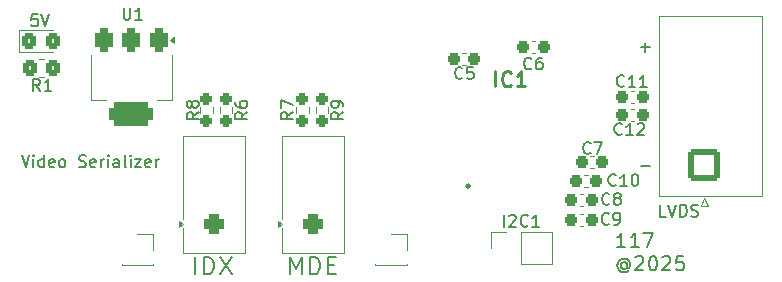
<source format=gto>
G04 #@! TF.GenerationSoftware,KiCad,Pcbnew,8.0.8*
G04 #@! TF.CreationDate,2025-02-13T09:25:44+02:00*
G04 #@! TF.ProjectId,civic_serializer,63697669-635f-4736-9572-69616c697a65,rev?*
G04 #@! TF.SameCoordinates,Original*
G04 #@! TF.FileFunction,Legend,Top*
G04 #@! TF.FilePolarity,Positive*
%FSLAX46Y46*%
G04 Gerber Fmt 4.6, Leading zero omitted, Abs format (unit mm)*
G04 Created by KiCad (PCBNEW 8.0.8) date 2025-02-13 09:25:44*
%MOMM*%
%LPD*%
G01*
G04 APERTURE LIST*
G04 Aperture macros list*
%AMRoundRect*
0 Rectangle with rounded corners*
0 $1 Rounding radius*
0 $2 $3 $4 $5 $6 $7 $8 $9 X,Y pos of 4 corners*
0 Add a 4 corners polygon primitive as box body*
4,1,4,$2,$3,$4,$5,$6,$7,$8,$9,$2,$3,0*
0 Add four circle primitives for the rounded corners*
1,1,$1+$1,$2,$3*
1,1,$1+$1,$4,$5*
1,1,$1+$1,$6,$7*
1,1,$1+$1,$8,$9*
0 Add four rect primitives between the rounded corners*
20,1,$1+$1,$2,$3,$4,$5,0*
20,1,$1+$1,$4,$5,$6,$7,0*
20,1,$1+$1,$6,$7,$8,$9,0*
20,1,$1+$1,$8,$9,$2,$3,0*%
G04 Aperture macros list end*
%ADD10C,0.150000*%
%ADD11C,0.200000*%
%ADD12C,0.254000*%
%ADD13C,0.120000*%
%ADD14C,0.250000*%
%ADD15RoundRect,0.237500X-0.300000X-0.237500X0.300000X-0.237500X0.300000X0.237500X-0.300000X0.237500X0*%
%ADD16C,2.700000*%
%ADD17RoundRect,0.237500X-0.237500X0.250000X-0.237500X-0.250000X0.237500X-0.250000X0.237500X0.250000X0*%
%ADD18RoundRect,0.412500X0.412500X-0.412500X0.412500X0.412500X-0.412500X0.412500X-0.412500X-0.412500X0*%
%ADD19C,1.650000*%
%ADD20RoundRect,0.375000X-0.375000X0.625000X-0.375000X-0.625000X0.375000X-0.625000X0.375000X0.625000X0*%
%ADD21RoundRect,0.500000X-1.400000X0.500000X-1.400000X-0.500000X1.400000X-0.500000X1.400000X0.500000X0*%
%ADD22RoundRect,0.250001X1.099999X-1.099999X1.099999X1.099999X-1.099999X1.099999X-1.099999X-1.099999X0*%
%ADD23R,0.300000X0.900000*%
%ADD24R,0.900000X0.300000*%
%ADD25C,0.500000*%
%ADD26R,5.200000X5.200000*%
%ADD27RoundRect,0.250000X-0.325000X-0.450000X0.325000X-0.450000X0.325000X0.450000X-0.325000X0.450000X0*%
%ADD28RoundRect,0.250000X-0.350000X-0.450000X0.350000X-0.450000X0.350000X0.450000X-0.350000X0.450000X0*%
%ADD29R,1.700000X1.700000*%
%ADD30RoundRect,0.237500X0.300000X0.237500X-0.300000X0.237500X-0.300000X-0.237500X0.300000X-0.237500X0*%
%ADD31RoundRect,0.237500X0.237500X-0.250000X0.237500X0.250000X-0.237500X0.250000X-0.237500X-0.250000X0*%
%ADD32O,1.700000X1.700000*%
G04 APERTURE END LIST*
D10*
X154057779Y-89963866D02*
X154819684Y-89963866D01*
X154057779Y-79930866D02*
X154819684Y-79930866D01*
X154438731Y-80311819D02*
X154438731Y-79549914D01*
X156184969Y-94281819D02*
X155708779Y-94281819D01*
X155708779Y-94281819D02*
X155708779Y-93281819D01*
X156375446Y-93281819D02*
X156708779Y-94281819D01*
X156708779Y-94281819D02*
X157042112Y-93281819D01*
X157375446Y-94281819D02*
X157375446Y-93281819D01*
X157375446Y-93281819D02*
X157613541Y-93281819D01*
X157613541Y-93281819D02*
X157756398Y-93329438D01*
X157756398Y-93329438D02*
X157851636Y-93424676D01*
X157851636Y-93424676D02*
X157899255Y-93519914D01*
X157899255Y-93519914D02*
X157946874Y-93710390D01*
X157946874Y-93710390D02*
X157946874Y-93853247D01*
X157946874Y-93853247D02*
X157899255Y-94043723D01*
X157899255Y-94043723D02*
X157851636Y-94138961D01*
X157851636Y-94138961D02*
X157756398Y-94234200D01*
X157756398Y-94234200D02*
X157613541Y-94281819D01*
X157613541Y-94281819D02*
X157375446Y-94281819D01*
X158327827Y-94234200D02*
X158470684Y-94281819D01*
X158470684Y-94281819D02*
X158708779Y-94281819D01*
X158708779Y-94281819D02*
X158804017Y-94234200D01*
X158804017Y-94234200D02*
X158851636Y-94186580D01*
X158851636Y-94186580D02*
X158899255Y-94091342D01*
X158899255Y-94091342D02*
X158899255Y-93996104D01*
X158899255Y-93996104D02*
X158851636Y-93900866D01*
X158851636Y-93900866D02*
X158804017Y-93853247D01*
X158804017Y-93853247D02*
X158708779Y-93805628D01*
X158708779Y-93805628D02*
X158518303Y-93758009D01*
X158518303Y-93758009D02*
X158423065Y-93710390D01*
X158423065Y-93710390D02*
X158375446Y-93662771D01*
X158375446Y-93662771D02*
X158327827Y-93567533D01*
X158327827Y-93567533D02*
X158327827Y-93472295D01*
X158327827Y-93472295D02*
X158375446Y-93377057D01*
X158375446Y-93377057D02*
X158423065Y-93329438D01*
X158423065Y-93329438D02*
X158518303Y-93281819D01*
X158518303Y-93281819D02*
X158756398Y-93281819D01*
X158756398Y-93281819D02*
X158899255Y-93329438D01*
X102971969Y-77152819D02*
X102495779Y-77152819D01*
X102495779Y-77152819D02*
X102448160Y-77629009D01*
X102448160Y-77629009D02*
X102495779Y-77581390D01*
X102495779Y-77581390D02*
X102591017Y-77533771D01*
X102591017Y-77533771D02*
X102829112Y-77533771D01*
X102829112Y-77533771D02*
X102924350Y-77581390D01*
X102924350Y-77581390D02*
X102971969Y-77629009D01*
X102971969Y-77629009D02*
X103019588Y-77724247D01*
X103019588Y-77724247D02*
X103019588Y-77962342D01*
X103019588Y-77962342D02*
X102971969Y-78057580D01*
X102971969Y-78057580D02*
X102924350Y-78105200D01*
X102924350Y-78105200D02*
X102829112Y-78152819D01*
X102829112Y-78152819D02*
X102591017Y-78152819D01*
X102591017Y-78152819D02*
X102495779Y-78105200D01*
X102495779Y-78105200D02*
X102448160Y-78057580D01*
X103305303Y-77152819D02*
X103638636Y-78152819D01*
X103638636Y-78152819D02*
X103971969Y-77152819D01*
D11*
X152734863Y-96894809D02*
X152049149Y-96894809D01*
X152392006Y-96894809D02*
X152392006Y-95694809D01*
X152392006Y-95694809D02*
X152277720Y-95866238D01*
X152277720Y-95866238D02*
X152163435Y-95980524D01*
X152163435Y-95980524D02*
X152049149Y-96037667D01*
X153877720Y-96894809D02*
X153192006Y-96894809D01*
X153534863Y-96894809D02*
X153534863Y-95694809D01*
X153534863Y-95694809D02*
X153420577Y-95866238D01*
X153420577Y-95866238D02*
X153306292Y-95980524D01*
X153306292Y-95980524D02*
X153192006Y-96037667D01*
X154277720Y-95694809D02*
X155077720Y-95694809D01*
X155077720Y-95694809D02*
X154563434Y-96894809D01*
X152849149Y-98255314D02*
X152792006Y-98198171D01*
X152792006Y-98198171D02*
X152677720Y-98141028D01*
X152677720Y-98141028D02*
X152563435Y-98141028D01*
X152563435Y-98141028D02*
X152449149Y-98198171D01*
X152449149Y-98198171D02*
X152392006Y-98255314D01*
X152392006Y-98255314D02*
X152334863Y-98369600D01*
X152334863Y-98369600D02*
X152334863Y-98483885D01*
X152334863Y-98483885D02*
X152392006Y-98598171D01*
X152392006Y-98598171D02*
X152449149Y-98655314D01*
X152449149Y-98655314D02*
X152563435Y-98712457D01*
X152563435Y-98712457D02*
X152677720Y-98712457D01*
X152677720Y-98712457D02*
X152792006Y-98655314D01*
X152792006Y-98655314D02*
X152849149Y-98598171D01*
X152849149Y-98141028D02*
X152849149Y-98598171D01*
X152849149Y-98598171D02*
X152906292Y-98655314D01*
X152906292Y-98655314D02*
X152963435Y-98655314D01*
X152963435Y-98655314D02*
X153077720Y-98598171D01*
X153077720Y-98598171D02*
X153134863Y-98483885D01*
X153134863Y-98483885D02*
X153134863Y-98198171D01*
X153134863Y-98198171D02*
X153020578Y-98026742D01*
X153020578Y-98026742D02*
X152849149Y-97912457D01*
X152849149Y-97912457D02*
X152620578Y-97855314D01*
X152620578Y-97855314D02*
X152392006Y-97912457D01*
X152392006Y-97912457D02*
X152220578Y-98026742D01*
X152220578Y-98026742D02*
X152106292Y-98198171D01*
X152106292Y-98198171D02*
X152049149Y-98426742D01*
X152049149Y-98426742D02*
X152106292Y-98655314D01*
X152106292Y-98655314D02*
X152220578Y-98826742D01*
X152220578Y-98826742D02*
X152392006Y-98941028D01*
X152392006Y-98941028D02*
X152620578Y-98998171D01*
X152620578Y-98998171D02*
X152849149Y-98941028D01*
X152849149Y-98941028D02*
X153020578Y-98826742D01*
X153592006Y-97741028D02*
X153649149Y-97683885D01*
X153649149Y-97683885D02*
X153763435Y-97626742D01*
X153763435Y-97626742D02*
X154049149Y-97626742D01*
X154049149Y-97626742D02*
X154163435Y-97683885D01*
X154163435Y-97683885D02*
X154220577Y-97741028D01*
X154220577Y-97741028D02*
X154277720Y-97855314D01*
X154277720Y-97855314D02*
X154277720Y-97969600D01*
X154277720Y-97969600D02*
X154220577Y-98141028D01*
X154220577Y-98141028D02*
X153534863Y-98826742D01*
X153534863Y-98826742D02*
X154277720Y-98826742D01*
X155020577Y-97626742D02*
X155134863Y-97626742D01*
X155134863Y-97626742D02*
X155249149Y-97683885D01*
X155249149Y-97683885D02*
X155306292Y-97741028D01*
X155306292Y-97741028D02*
X155363434Y-97855314D01*
X155363434Y-97855314D02*
X155420577Y-98083885D01*
X155420577Y-98083885D02*
X155420577Y-98369600D01*
X155420577Y-98369600D02*
X155363434Y-98598171D01*
X155363434Y-98598171D02*
X155306292Y-98712457D01*
X155306292Y-98712457D02*
X155249149Y-98769600D01*
X155249149Y-98769600D02*
X155134863Y-98826742D01*
X155134863Y-98826742D02*
X155020577Y-98826742D01*
X155020577Y-98826742D02*
X154906292Y-98769600D01*
X154906292Y-98769600D02*
X154849149Y-98712457D01*
X154849149Y-98712457D02*
X154792006Y-98598171D01*
X154792006Y-98598171D02*
X154734863Y-98369600D01*
X154734863Y-98369600D02*
X154734863Y-98083885D01*
X154734863Y-98083885D02*
X154792006Y-97855314D01*
X154792006Y-97855314D02*
X154849149Y-97741028D01*
X154849149Y-97741028D02*
X154906292Y-97683885D01*
X154906292Y-97683885D02*
X155020577Y-97626742D01*
X155877720Y-97741028D02*
X155934863Y-97683885D01*
X155934863Y-97683885D02*
X156049149Y-97626742D01*
X156049149Y-97626742D02*
X156334863Y-97626742D01*
X156334863Y-97626742D02*
X156449149Y-97683885D01*
X156449149Y-97683885D02*
X156506291Y-97741028D01*
X156506291Y-97741028D02*
X156563434Y-97855314D01*
X156563434Y-97855314D02*
X156563434Y-97969600D01*
X156563434Y-97969600D02*
X156506291Y-98141028D01*
X156506291Y-98141028D02*
X155820577Y-98826742D01*
X155820577Y-98826742D02*
X156563434Y-98826742D01*
X157649148Y-97626742D02*
X157077720Y-97626742D01*
X157077720Y-97626742D02*
X157020577Y-98198171D01*
X157020577Y-98198171D02*
X157077720Y-98141028D01*
X157077720Y-98141028D02*
X157192006Y-98083885D01*
X157192006Y-98083885D02*
X157477720Y-98083885D01*
X157477720Y-98083885D02*
X157592006Y-98141028D01*
X157592006Y-98141028D02*
X157649148Y-98198171D01*
X157649148Y-98198171D02*
X157706291Y-98312457D01*
X157706291Y-98312457D02*
X157706291Y-98598171D01*
X157706291Y-98598171D02*
X157649148Y-98712457D01*
X157649148Y-98712457D02*
X157592006Y-98769600D01*
X157592006Y-98769600D02*
X157477720Y-98826742D01*
X157477720Y-98826742D02*
X157192006Y-98826742D01*
X157192006Y-98826742D02*
X157077720Y-98769600D01*
X157077720Y-98769600D02*
X157020577Y-98712457D01*
X101623816Y-89088219D02*
X101957149Y-90088219D01*
X101957149Y-90088219D02*
X102290482Y-89088219D01*
X102623816Y-90088219D02*
X102623816Y-89421552D01*
X102623816Y-89088219D02*
X102576197Y-89135838D01*
X102576197Y-89135838D02*
X102623816Y-89183457D01*
X102623816Y-89183457D02*
X102671435Y-89135838D01*
X102671435Y-89135838D02*
X102623816Y-89088219D01*
X102623816Y-89088219D02*
X102623816Y-89183457D01*
X103528577Y-90088219D02*
X103528577Y-89088219D01*
X103528577Y-90040600D02*
X103433339Y-90088219D01*
X103433339Y-90088219D02*
X103242863Y-90088219D01*
X103242863Y-90088219D02*
X103147625Y-90040600D01*
X103147625Y-90040600D02*
X103100006Y-89992980D01*
X103100006Y-89992980D02*
X103052387Y-89897742D01*
X103052387Y-89897742D02*
X103052387Y-89612028D01*
X103052387Y-89612028D02*
X103100006Y-89516790D01*
X103100006Y-89516790D02*
X103147625Y-89469171D01*
X103147625Y-89469171D02*
X103242863Y-89421552D01*
X103242863Y-89421552D02*
X103433339Y-89421552D01*
X103433339Y-89421552D02*
X103528577Y-89469171D01*
X104385720Y-90040600D02*
X104290482Y-90088219D01*
X104290482Y-90088219D02*
X104100006Y-90088219D01*
X104100006Y-90088219D02*
X104004768Y-90040600D01*
X104004768Y-90040600D02*
X103957149Y-89945361D01*
X103957149Y-89945361D02*
X103957149Y-89564409D01*
X103957149Y-89564409D02*
X104004768Y-89469171D01*
X104004768Y-89469171D02*
X104100006Y-89421552D01*
X104100006Y-89421552D02*
X104290482Y-89421552D01*
X104290482Y-89421552D02*
X104385720Y-89469171D01*
X104385720Y-89469171D02*
X104433339Y-89564409D01*
X104433339Y-89564409D02*
X104433339Y-89659647D01*
X104433339Y-89659647D02*
X103957149Y-89754885D01*
X105004768Y-90088219D02*
X104909530Y-90040600D01*
X104909530Y-90040600D02*
X104861911Y-89992980D01*
X104861911Y-89992980D02*
X104814292Y-89897742D01*
X104814292Y-89897742D02*
X104814292Y-89612028D01*
X104814292Y-89612028D02*
X104861911Y-89516790D01*
X104861911Y-89516790D02*
X104909530Y-89469171D01*
X104909530Y-89469171D02*
X105004768Y-89421552D01*
X105004768Y-89421552D02*
X105147625Y-89421552D01*
X105147625Y-89421552D02*
X105242863Y-89469171D01*
X105242863Y-89469171D02*
X105290482Y-89516790D01*
X105290482Y-89516790D02*
X105338101Y-89612028D01*
X105338101Y-89612028D02*
X105338101Y-89897742D01*
X105338101Y-89897742D02*
X105290482Y-89992980D01*
X105290482Y-89992980D02*
X105242863Y-90040600D01*
X105242863Y-90040600D02*
X105147625Y-90088219D01*
X105147625Y-90088219D02*
X105004768Y-90088219D01*
X106480959Y-90040600D02*
X106623816Y-90088219D01*
X106623816Y-90088219D02*
X106861911Y-90088219D01*
X106861911Y-90088219D02*
X106957149Y-90040600D01*
X106957149Y-90040600D02*
X107004768Y-89992980D01*
X107004768Y-89992980D02*
X107052387Y-89897742D01*
X107052387Y-89897742D02*
X107052387Y-89802504D01*
X107052387Y-89802504D02*
X107004768Y-89707266D01*
X107004768Y-89707266D02*
X106957149Y-89659647D01*
X106957149Y-89659647D02*
X106861911Y-89612028D01*
X106861911Y-89612028D02*
X106671435Y-89564409D01*
X106671435Y-89564409D02*
X106576197Y-89516790D01*
X106576197Y-89516790D02*
X106528578Y-89469171D01*
X106528578Y-89469171D02*
X106480959Y-89373933D01*
X106480959Y-89373933D02*
X106480959Y-89278695D01*
X106480959Y-89278695D02*
X106528578Y-89183457D01*
X106528578Y-89183457D02*
X106576197Y-89135838D01*
X106576197Y-89135838D02*
X106671435Y-89088219D01*
X106671435Y-89088219D02*
X106909530Y-89088219D01*
X106909530Y-89088219D02*
X107052387Y-89135838D01*
X107861911Y-90040600D02*
X107766673Y-90088219D01*
X107766673Y-90088219D02*
X107576197Y-90088219D01*
X107576197Y-90088219D02*
X107480959Y-90040600D01*
X107480959Y-90040600D02*
X107433340Y-89945361D01*
X107433340Y-89945361D02*
X107433340Y-89564409D01*
X107433340Y-89564409D02*
X107480959Y-89469171D01*
X107480959Y-89469171D02*
X107576197Y-89421552D01*
X107576197Y-89421552D02*
X107766673Y-89421552D01*
X107766673Y-89421552D02*
X107861911Y-89469171D01*
X107861911Y-89469171D02*
X107909530Y-89564409D01*
X107909530Y-89564409D02*
X107909530Y-89659647D01*
X107909530Y-89659647D02*
X107433340Y-89754885D01*
X108338102Y-90088219D02*
X108338102Y-89421552D01*
X108338102Y-89612028D02*
X108385721Y-89516790D01*
X108385721Y-89516790D02*
X108433340Y-89469171D01*
X108433340Y-89469171D02*
X108528578Y-89421552D01*
X108528578Y-89421552D02*
X108623816Y-89421552D01*
X108957150Y-90088219D02*
X108957150Y-89421552D01*
X108957150Y-89088219D02*
X108909531Y-89135838D01*
X108909531Y-89135838D02*
X108957150Y-89183457D01*
X108957150Y-89183457D02*
X109004769Y-89135838D01*
X109004769Y-89135838D02*
X108957150Y-89088219D01*
X108957150Y-89088219D02*
X108957150Y-89183457D01*
X109861911Y-90088219D02*
X109861911Y-89564409D01*
X109861911Y-89564409D02*
X109814292Y-89469171D01*
X109814292Y-89469171D02*
X109719054Y-89421552D01*
X109719054Y-89421552D02*
X109528578Y-89421552D01*
X109528578Y-89421552D02*
X109433340Y-89469171D01*
X109861911Y-90040600D02*
X109766673Y-90088219D01*
X109766673Y-90088219D02*
X109528578Y-90088219D01*
X109528578Y-90088219D02*
X109433340Y-90040600D01*
X109433340Y-90040600D02*
X109385721Y-89945361D01*
X109385721Y-89945361D02*
X109385721Y-89850123D01*
X109385721Y-89850123D02*
X109433340Y-89754885D01*
X109433340Y-89754885D02*
X109528578Y-89707266D01*
X109528578Y-89707266D02*
X109766673Y-89707266D01*
X109766673Y-89707266D02*
X109861911Y-89659647D01*
X110480959Y-90088219D02*
X110385721Y-90040600D01*
X110385721Y-90040600D02*
X110338102Y-89945361D01*
X110338102Y-89945361D02*
X110338102Y-89088219D01*
X110861912Y-90088219D02*
X110861912Y-89421552D01*
X110861912Y-89088219D02*
X110814293Y-89135838D01*
X110814293Y-89135838D02*
X110861912Y-89183457D01*
X110861912Y-89183457D02*
X110909531Y-89135838D01*
X110909531Y-89135838D02*
X110861912Y-89088219D01*
X110861912Y-89088219D02*
X110861912Y-89183457D01*
X111242864Y-89421552D02*
X111766673Y-89421552D01*
X111766673Y-89421552D02*
X111242864Y-90088219D01*
X111242864Y-90088219D02*
X111766673Y-90088219D01*
X112528578Y-90040600D02*
X112433340Y-90088219D01*
X112433340Y-90088219D02*
X112242864Y-90088219D01*
X112242864Y-90088219D02*
X112147626Y-90040600D01*
X112147626Y-90040600D02*
X112100007Y-89945361D01*
X112100007Y-89945361D02*
X112100007Y-89564409D01*
X112100007Y-89564409D02*
X112147626Y-89469171D01*
X112147626Y-89469171D02*
X112242864Y-89421552D01*
X112242864Y-89421552D02*
X112433340Y-89421552D01*
X112433340Y-89421552D02*
X112528578Y-89469171D01*
X112528578Y-89469171D02*
X112576197Y-89564409D01*
X112576197Y-89564409D02*
X112576197Y-89659647D01*
X112576197Y-89659647D02*
X112100007Y-89754885D01*
X113004769Y-90088219D02*
X113004769Y-89421552D01*
X113004769Y-89612028D02*
X113052388Y-89516790D01*
X113052388Y-89516790D02*
X113100007Y-89469171D01*
X113100007Y-89469171D02*
X113195245Y-89421552D01*
X113195245Y-89421552D02*
X113290483Y-89421552D01*
D10*
X116330826Y-99173628D02*
X116330826Y-97673628D01*
X117045112Y-99173628D02*
X117045112Y-97673628D01*
X117045112Y-97673628D02*
X117402255Y-97673628D01*
X117402255Y-97673628D02*
X117616541Y-97745057D01*
X117616541Y-97745057D02*
X117759398Y-97887914D01*
X117759398Y-97887914D02*
X117830827Y-98030771D01*
X117830827Y-98030771D02*
X117902255Y-98316485D01*
X117902255Y-98316485D02*
X117902255Y-98530771D01*
X117902255Y-98530771D02*
X117830827Y-98816485D01*
X117830827Y-98816485D02*
X117759398Y-98959342D01*
X117759398Y-98959342D02*
X117616541Y-99102200D01*
X117616541Y-99102200D02*
X117402255Y-99173628D01*
X117402255Y-99173628D02*
X117045112Y-99173628D01*
X118402255Y-97673628D02*
X119402255Y-99173628D01*
X119402255Y-97673628D02*
X118402255Y-99173628D01*
X124331826Y-99173628D02*
X124331826Y-97673628D01*
X124331826Y-97673628D02*
X124831826Y-98745057D01*
X124831826Y-98745057D02*
X125331826Y-97673628D01*
X125331826Y-97673628D02*
X125331826Y-99173628D01*
X126046112Y-99173628D02*
X126046112Y-97673628D01*
X126046112Y-97673628D02*
X126403255Y-97673628D01*
X126403255Y-97673628D02*
X126617541Y-97745057D01*
X126617541Y-97745057D02*
X126760398Y-97887914D01*
X126760398Y-97887914D02*
X126831827Y-98030771D01*
X126831827Y-98030771D02*
X126903255Y-98316485D01*
X126903255Y-98316485D02*
X126903255Y-98530771D01*
X126903255Y-98530771D02*
X126831827Y-98816485D01*
X126831827Y-98816485D02*
X126760398Y-98959342D01*
X126760398Y-98959342D02*
X126617541Y-99102200D01*
X126617541Y-99102200D02*
X126403255Y-99173628D01*
X126403255Y-99173628D02*
X126046112Y-99173628D01*
X127546112Y-98387914D02*
X128046112Y-98387914D01*
X128260398Y-99173628D02*
X127546112Y-99173628D01*
X127546112Y-99173628D02*
X127546112Y-97673628D01*
X127546112Y-97673628D02*
X128260398Y-97673628D01*
X149795133Y-88878780D02*
X149747514Y-88926400D01*
X149747514Y-88926400D02*
X149604657Y-88974019D01*
X149604657Y-88974019D02*
X149509419Y-88974019D01*
X149509419Y-88974019D02*
X149366562Y-88926400D01*
X149366562Y-88926400D02*
X149271324Y-88831161D01*
X149271324Y-88831161D02*
X149223705Y-88735923D01*
X149223705Y-88735923D02*
X149176086Y-88545447D01*
X149176086Y-88545447D02*
X149176086Y-88402590D01*
X149176086Y-88402590D02*
X149223705Y-88212114D01*
X149223705Y-88212114D02*
X149271324Y-88116876D01*
X149271324Y-88116876D02*
X149366562Y-88021638D01*
X149366562Y-88021638D02*
X149509419Y-87974019D01*
X149509419Y-87974019D02*
X149604657Y-87974019D01*
X149604657Y-87974019D02*
X149747514Y-88021638D01*
X149747514Y-88021638D02*
X149795133Y-88069257D01*
X150128467Y-87974019D02*
X150795133Y-87974019D01*
X150795133Y-87974019D02*
X150366562Y-88974019D01*
X116609219Y-85434666D02*
X116133028Y-85767999D01*
X116609219Y-86006094D02*
X115609219Y-86006094D01*
X115609219Y-86006094D02*
X115609219Y-85625142D01*
X115609219Y-85625142D02*
X115656838Y-85529904D01*
X115656838Y-85529904D02*
X115704457Y-85482285D01*
X115704457Y-85482285D02*
X115799695Y-85434666D01*
X115799695Y-85434666D02*
X115942552Y-85434666D01*
X115942552Y-85434666D02*
X116037790Y-85482285D01*
X116037790Y-85482285D02*
X116085409Y-85529904D01*
X116085409Y-85529904D02*
X116133028Y-85625142D01*
X116133028Y-85625142D02*
X116133028Y-86006094D01*
X116037790Y-84863237D02*
X115990171Y-84958475D01*
X115990171Y-84958475D02*
X115942552Y-85006094D01*
X115942552Y-85006094D02*
X115847314Y-85053713D01*
X115847314Y-85053713D02*
X115799695Y-85053713D01*
X115799695Y-85053713D02*
X115704457Y-85006094D01*
X115704457Y-85006094D02*
X115656838Y-84958475D01*
X115656838Y-84958475D02*
X115609219Y-84863237D01*
X115609219Y-84863237D02*
X115609219Y-84672761D01*
X115609219Y-84672761D02*
X115656838Y-84577523D01*
X115656838Y-84577523D02*
X115704457Y-84529904D01*
X115704457Y-84529904D02*
X115799695Y-84482285D01*
X115799695Y-84482285D02*
X115847314Y-84482285D01*
X115847314Y-84482285D02*
X115942552Y-84529904D01*
X115942552Y-84529904D02*
X115990171Y-84577523D01*
X115990171Y-84577523D02*
X116037790Y-84672761D01*
X116037790Y-84672761D02*
X116037790Y-84863237D01*
X116037790Y-84863237D02*
X116085409Y-84958475D01*
X116085409Y-84958475D02*
X116133028Y-85006094D01*
X116133028Y-85006094D02*
X116228266Y-85053713D01*
X116228266Y-85053713D02*
X116418742Y-85053713D01*
X116418742Y-85053713D02*
X116513980Y-85006094D01*
X116513980Y-85006094D02*
X116561600Y-84958475D01*
X116561600Y-84958475D02*
X116609219Y-84863237D01*
X116609219Y-84863237D02*
X116609219Y-84672761D01*
X116609219Y-84672761D02*
X116561600Y-84577523D01*
X116561600Y-84577523D02*
X116513980Y-84529904D01*
X116513980Y-84529904D02*
X116418742Y-84482285D01*
X116418742Y-84482285D02*
X116228266Y-84482285D01*
X116228266Y-84482285D02*
X116133028Y-84529904D01*
X116133028Y-84529904D02*
X116085409Y-84577523D01*
X116085409Y-84577523D02*
X116037790Y-84672761D01*
X152443142Y-87278580D02*
X152395523Y-87326200D01*
X152395523Y-87326200D02*
X152252666Y-87373819D01*
X152252666Y-87373819D02*
X152157428Y-87373819D01*
X152157428Y-87373819D02*
X152014571Y-87326200D01*
X152014571Y-87326200D02*
X151919333Y-87230961D01*
X151919333Y-87230961D02*
X151871714Y-87135723D01*
X151871714Y-87135723D02*
X151824095Y-86945247D01*
X151824095Y-86945247D02*
X151824095Y-86802390D01*
X151824095Y-86802390D02*
X151871714Y-86611914D01*
X151871714Y-86611914D02*
X151919333Y-86516676D01*
X151919333Y-86516676D02*
X152014571Y-86421438D01*
X152014571Y-86421438D02*
X152157428Y-86373819D01*
X152157428Y-86373819D02*
X152252666Y-86373819D01*
X152252666Y-86373819D02*
X152395523Y-86421438D01*
X152395523Y-86421438D02*
X152443142Y-86469057D01*
X153395523Y-87373819D02*
X152824095Y-87373819D01*
X153109809Y-87373819D02*
X153109809Y-86373819D01*
X153109809Y-86373819D02*
X153014571Y-86516676D01*
X153014571Y-86516676D02*
X152919333Y-86611914D01*
X152919333Y-86611914D02*
X152824095Y-86659533D01*
X153776476Y-86469057D02*
X153824095Y-86421438D01*
X153824095Y-86421438D02*
X153919333Y-86373819D01*
X153919333Y-86373819D02*
X154157428Y-86373819D01*
X154157428Y-86373819D02*
X154252666Y-86421438D01*
X154252666Y-86421438D02*
X154300285Y-86469057D01*
X154300285Y-86469057D02*
X154347904Y-86564295D01*
X154347904Y-86564295D02*
X154347904Y-86659533D01*
X154347904Y-86659533D02*
X154300285Y-86802390D01*
X154300285Y-86802390D02*
X153728857Y-87373819D01*
X153728857Y-87373819D02*
X154347904Y-87373819D01*
X110261695Y-76594819D02*
X110261695Y-77404342D01*
X110261695Y-77404342D02*
X110309314Y-77499580D01*
X110309314Y-77499580D02*
X110356933Y-77547200D01*
X110356933Y-77547200D02*
X110452171Y-77594819D01*
X110452171Y-77594819D02*
X110642647Y-77594819D01*
X110642647Y-77594819D02*
X110737885Y-77547200D01*
X110737885Y-77547200D02*
X110785504Y-77499580D01*
X110785504Y-77499580D02*
X110833123Y-77404342D01*
X110833123Y-77404342D02*
X110833123Y-76594819D01*
X111833123Y-77594819D02*
X111261695Y-77594819D01*
X111547409Y-77594819D02*
X111547409Y-76594819D01*
X111547409Y-76594819D02*
X111452171Y-76737676D01*
X111452171Y-76737676D02*
X111356933Y-76832914D01*
X111356933Y-76832914D02*
X111261695Y-76880533D01*
X151935142Y-91596580D02*
X151887523Y-91644200D01*
X151887523Y-91644200D02*
X151744666Y-91691819D01*
X151744666Y-91691819D02*
X151649428Y-91691819D01*
X151649428Y-91691819D02*
X151506571Y-91644200D01*
X151506571Y-91644200D02*
X151411333Y-91548961D01*
X151411333Y-91548961D02*
X151363714Y-91453723D01*
X151363714Y-91453723D02*
X151316095Y-91263247D01*
X151316095Y-91263247D02*
X151316095Y-91120390D01*
X151316095Y-91120390D02*
X151363714Y-90929914D01*
X151363714Y-90929914D02*
X151411333Y-90834676D01*
X151411333Y-90834676D02*
X151506571Y-90739438D01*
X151506571Y-90739438D02*
X151649428Y-90691819D01*
X151649428Y-90691819D02*
X151744666Y-90691819D01*
X151744666Y-90691819D02*
X151887523Y-90739438D01*
X151887523Y-90739438D02*
X151935142Y-90787057D01*
X152887523Y-91691819D02*
X152316095Y-91691819D01*
X152601809Y-91691819D02*
X152601809Y-90691819D01*
X152601809Y-90691819D02*
X152506571Y-90834676D01*
X152506571Y-90834676D02*
X152411333Y-90929914D01*
X152411333Y-90929914D02*
X152316095Y-90977533D01*
X153506571Y-90691819D02*
X153601809Y-90691819D01*
X153601809Y-90691819D02*
X153697047Y-90739438D01*
X153697047Y-90739438D02*
X153744666Y-90787057D01*
X153744666Y-90787057D02*
X153792285Y-90882295D01*
X153792285Y-90882295D02*
X153839904Y-91072771D01*
X153839904Y-91072771D02*
X153839904Y-91310866D01*
X153839904Y-91310866D02*
X153792285Y-91501342D01*
X153792285Y-91501342D02*
X153744666Y-91596580D01*
X153744666Y-91596580D02*
X153697047Y-91644200D01*
X153697047Y-91644200D02*
X153601809Y-91691819D01*
X153601809Y-91691819D02*
X153506571Y-91691819D01*
X153506571Y-91691819D02*
X153411333Y-91644200D01*
X153411333Y-91644200D02*
X153363714Y-91596580D01*
X153363714Y-91596580D02*
X153316095Y-91501342D01*
X153316095Y-91501342D02*
X153268476Y-91310866D01*
X153268476Y-91310866D02*
X153268476Y-91072771D01*
X153268476Y-91072771D02*
X153316095Y-90882295D01*
X153316095Y-90882295D02*
X153363714Y-90787057D01*
X153363714Y-90787057D02*
X153411333Y-90739438D01*
X153411333Y-90739438D02*
X153506571Y-90691819D01*
X128852019Y-85434666D02*
X128375828Y-85767999D01*
X128852019Y-86006094D02*
X127852019Y-86006094D01*
X127852019Y-86006094D02*
X127852019Y-85625142D01*
X127852019Y-85625142D02*
X127899638Y-85529904D01*
X127899638Y-85529904D02*
X127947257Y-85482285D01*
X127947257Y-85482285D02*
X128042495Y-85434666D01*
X128042495Y-85434666D02*
X128185352Y-85434666D01*
X128185352Y-85434666D02*
X128280590Y-85482285D01*
X128280590Y-85482285D02*
X128328209Y-85529904D01*
X128328209Y-85529904D02*
X128375828Y-85625142D01*
X128375828Y-85625142D02*
X128375828Y-86006094D01*
X128852019Y-84958475D02*
X128852019Y-84767999D01*
X128852019Y-84767999D02*
X128804400Y-84672761D01*
X128804400Y-84672761D02*
X128756780Y-84625142D01*
X128756780Y-84625142D02*
X128613923Y-84529904D01*
X128613923Y-84529904D02*
X128423447Y-84482285D01*
X128423447Y-84482285D02*
X128042495Y-84482285D01*
X128042495Y-84482285D02*
X127947257Y-84529904D01*
X127947257Y-84529904D02*
X127899638Y-84577523D01*
X127899638Y-84577523D02*
X127852019Y-84672761D01*
X127852019Y-84672761D02*
X127852019Y-84863237D01*
X127852019Y-84863237D02*
X127899638Y-84958475D01*
X127899638Y-84958475D02*
X127947257Y-85006094D01*
X127947257Y-85006094D02*
X128042495Y-85053713D01*
X128042495Y-85053713D02*
X128280590Y-85053713D01*
X128280590Y-85053713D02*
X128375828Y-85006094D01*
X128375828Y-85006094D02*
X128423447Y-84958475D01*
X128423447Y-84958475D02*
X128471066Y-84863237D01*
X128471066Y-84863237D02*
X128471066Y-84672761D01*
X128471066Y-84672761D02*
X128423447Y-84577523D01*
X128423447Y-84577523D02*
X128375828Y-84529904D01*
X128375828Y-84529904D02*
X128280590Y-84482285D01*
X151344533Y-94873180D02*
X151296914Y-94920800D01*
X151296914Y-94920800D02*
X151154057Y-94968419D01*
X151154057Y-94968419D02*
X151058819Y-94968419D01*
X151058819Y-94968419D02*
X150915962Y-94920800D01*
X150915962Y-94920800D02*
X150820724Y-94825561D01*
X150820724Y-94825561D02*
X150773105Y-94730323D01*
X150773105Y-94730323D02*
X150725486Y-94539847D01*
X150725486Y-94539847D02*
X150725486Y-94396990D01*
X150725486Y-94396990D02*
X150773105Y-94206514D01*
X150773105Y-94206514D02*
X150820724Y-94111276D01*
X150820724Y-94111276D02*
X150915962Y-94016038D01*
X150915962Y-94016038D02*
X151058819Y-93968419D01*
X151058819Y-93968419D02*
X151154057Y-93968419D01*
X151154057Y-93968419D02*
X151296914Y-94016038D01*
X151296914Y-94016038D02*
X151344533Y-94063657D01*
X151820724Y-94968419D02*
X152011200Y-94968419D01*
X152011200Y-94968419D02*
X152106438Y-94920800D01*
X152106438Y-94920800D02*
X152154057Y-94873180D01*
X152154057Y-94873180D02*
X152249295Y-94730323D01*
X152249295Y-94730323D02*
X152296914Y-94539847D01*
X152296914Y-94539847D02*
X152296914Y-94158895D01*
X152296914Y-94158895D02*
X152249295Y-94063657D01*
X152249295Y-94063657D02*
X152201676Y-94016038D01*
X152201676Y-94016038D02*
X152106438Y-93968419D01*
X152106438Y-93968419D02*
X151915962Y-93968419D01*
X151915962Y-93968419D02*
X151820724Y-94016038D01*
X151820724Y-94016038D02*
X151773105Y-94063657D01*
X151773105Y-94063657D02*
X151725486Y-94158895D01*
X151725486Y-94158895D02*
X151725486Y-94396990D01*
X151725486Y-94396990D02*
X151773105Y-94492228D01*
X151773105Y-94492228D02*
X151820724Y-94539847D01*
X151820724Y-94539847D02*
X151915962Y-94587466D01*
X151915962Y-94587466D02*
X152106438Y-94587466D01*
X152106438Y-94587466D02*
X152201676Y-94539847D01*
X152201676Y-94539847D02*
X152249295Y-94492228D01*
X152249295Y-94492228D02*
X152296914Y-94396990D01*
D12*
X141737037Y-83251518D02*
X141737037Y-81981518D01*
X143067514Y-83130565D02*
X143007038Y-83191042D01*
X143007038Y-83191042D02*
X142825609Y-83251518D01*
X142825609Y-83251518D02*
X142704657Y-83251518D01*
X142704657Y-83251518D02*
X142523228Y-83191042D01*
X142523228Y-83191042D02*
X142402276Y-83070089D01*
X142402276Y-83070089D02*
X142341799Y-82949137D01*
X142341799Y-82949137D02*
X142281323Y-82707232D01*
X142281323Y-82707232D02*
X142281323Y-82525803D01*
X142281323Y-82525803D02*
X142341799Y-82283899D01*
X142341799Y-82283899D02*
X142402276Y-82162946D01*
X142402276Y-82162946D02*
X142523228Y-82041994D01*
X142523228Y-82041994D02*
X142704657Y-81981518D01*
X142704657Y-81981518D02*
X142825609Y-81981518D01*
X142825609Y-81981518D02*
X143007038Y-82041994D01*
X143007038Y-82041994D02*
X143067514Y-82102470D01*
X144277038Y-83251518D02*
X143551323Y-83251518D01*
X143914180Y-83251518D02*
X143914180Y-81981518D01*
X143914180Y-81981518D02*
X143793228Y-82162946D01*
X143793228Y-82162946D02*
X143672276Y-82283899D01*
X143672276Y-82283899D02*
X143551323Y-82344375D01*
D10*
X103186133Y-83640019D02*
X102852800Y-83163828D01*
X102614705Y-83640019D02*
X102614705Y-82640019D01*
X102614705Y-82640019D02*
X102995657Y-82640019D01*
X102995657Y-82640019D02*
X103090895Y-82687638D01*
X103090895Y-82687638D02*
X103138514Y-82735257D01*
X103138514Y-82735257D02*
X103186133Y-82830495D01*
X103186133Y-82830495D02*
X103186133Y-82973352D01*
X103186133Y-82973352D02*
X103138514Y-83068590D01*
X103138514Y-83068590D02*
X103090895Y-83116209D01*
X103090895Y-83116209D02*
X102995657Y-83163828D01*
X102995657Y-83163828D02*
X102614705Y-83163828D01*
X104138514Y-83640019D02*
X103567086Y-83640019D01*
X103852800Y-83640019D02*
X103852800Y-82640019D01*
X103852800Y-82640019D02*
X103757562Y-82782876D01*
X103757562Y-82782876D02*
X103662324Y-82878114D01*
X103662324Y-82878114D02*
X103567086Y-82925733D01*
X144791333Y-81723580D02*
X144743714Y-81771200D01*
X144743714Y-81771200D02*
X144600857Y-81818819D01*
X144600857Y-81818819D02*
X144505619Y-81818819D01*
X144505619Y-81818819D02*
X144362762Y-81771200D01*
X144362762Y-81771200D02*
X144267524Y-81675961D01*
X144267524Y-81675961D02*
X144219905Y-81580723D01*
X144219905Y-81580723D02*
X144172286Y-81390247D01*
X144172286Y-81390247D02*
X144172286Y-81247390D01*
X144172286Y-81247390D02*
X144219905Y-81056914D01*
X144219905Y-81056914D02*
X144267524Y-80961676D01*
X144267524Y-80961676D02*
X144362762Y-80866438D01*
X144362762Y-80866438D02*
X144505619Y-80818819D01*
X144505619Y-80818819D02*
X144600857Y-80818819D01*
X144600857Y-80818819D02*
X144743714Y-80866438D01*
X144743714Y-80866438D02*
X144791333Y-80914057D01*
X145648476Y-80818819D02*
X145458000Y-80818819D01*
X145458000Y-80818819D02*
X145362762Y-80866438D01*
X145362762Y-80866438D02*
X145315143Y-80914057D01*
X145315143Y-80914057D02*
X145219905Y-81056914D01*
X145219905Y-81056914D02*
X145172286Y-81247390D01*
X145172286Y-81247390D02*
X145172286Y-81628342D01*
X145172286Y-81628342D02*
X145219905Y-81723580D01*
X145219905Y-81723580D02*
X145267524Y-81771200D01*
X145267524Y-81771200D02*
X145362762Y-81818819D01*
X145362762Y-81818819D02*
X145553238Y-81818819D01*
X145553238Y-81818819D02*
X145648476Y-81771200D01*
X145648476Y-81771200D02*
X145696095Y-81723580D01*
X145696095Y-81723580D02*
X145743714Y-81628342D01*
X145743714Y-81628342D02*
X145743714Y-81390247D01*
X145743714Y-81390247D02*
X145696095Y-81295009D01*
X145696095Y-81295009D02*
X145648476Y-81247390D01*
X145648476Y-81247390D02*
X145553238Y-81199771D01*
X145553238Y-81199771D02*
X145362762Y-81199771D01*
X145362762Y-81199771D02*
X145267524Y-81247390D01*
X145267524Y-81247390D02*
X145219905Y-81295009D01*
X145219905Y-81295009D02*
X145172286Y-81390247D01*
X120724019Y-85434666D02*
X120247828Y-85767999D01*
X120724019Y-86006094D02*
X119724019Y-86006094D01*
X119724019Y-86006094D02*
X119724019Y-85625142D01*
X119724019Y-85625142D02*
X119771638Y-85529904D01*
X119771638Y-85529904D02*
X119819257Y-85482285D01*
X119819257Y-85482285D02*
X119914495Y-85434666D01*
X119914495Y-85434666D02*
X120057352Y-85434666D01*
X120057352Y-85434666D02*
X120152590Y-85482285D01*
X120152590Y-85482285D02*
X120200209Y-85529904D01*
X120200209Y-85529904D02*
X120247828Y-85625142D01*
X120247828Y-85625142D02*
X120247828Y-86006094D01*
X119724019Y-84577523D02*
X119724019Y-84767999D01*
X119724019Y-84767999D02*
X119771638Y-84863237D01*
X119771638Y-84863237D02*
X119819257Y-84910856D01*
X119819257Y-84910856D02*
X119962114Y-85006094D01*
X119962114Y-85006094D02*
X120152590Y-85053713D01*
X120152590Y-85053713D02*
X120533542Y-85053713D01*
X120533542Y-85053713D02*
X120628780Y-85006094D01*
X120628780Y-85006094D02*
X120676400Y-84958475D01*
X120676400Y-84958475D02*
X120724019Y-84863237D01*
X120724019Y-84863237D02*
X120724019Y-84672761D01*
X120724019Y-84672761D02*
X120676400Y-84577523D01*
X120676400Y-84577523D02*
X120628780Y-84529904D01*
X120628780Y-84529904D02*
X120533542Y-84482285D01*
X120533542Y-84482285D02*
X120295447Y-84482285D01*
X120295447Y-84482285D02*
X120200209Y-84529904D01*
X120200209Y-84529904D02*
X120152590Y-84577523D01*
X120152590Y-84577523D02*
X120104971Y-84672761D01*
X120104971Y-84672761D02*
X120104971Y-84863237D01*
X120104971Y-84863237D02*
X120152590Y-84958475D01*
X120152590Y-84958475D02*
X120200209Y-85006094D01*
X120200209Y-85006094D02*
X120295447Y-85053713D01*
X151395333Y-93196780D02*
X151347714Y-93244400D01*
X151347714Y-93244400D02*
X151204857Y-93292019D01*
X151204857Y-93292019D02*
X151109619Y-93292019D01*
X151109619Y-93292019D02*
X150966762Y-93244400D01*
X150966762Y-93244400D02*
X150871524Y-93149161D01*
X150871524Y-93149161D02*
X150823905Y-93053923D01*
X150823905Y-93053923D02*
X150776286Y-92863447D01*
X150776286Y-92863447D02*
X150776286Y-92720590D01*
X150776286Y-92720590D02*
X150823905Y-92530114D01*
X150823905Y-92530114D02*
X150871524Y-92434876D01*
X150871524Y-92434876D02*
X150966762Y-92339638D01*
X150966762Y-92339638D02*
X151109619Y-92292019D01*
X151109619Y-92292019D02*
X151204857Y-92292019D01*
X151204857Y-92292019D02*
X151347714Y-92339638D01*
X151347714Y-92339638D02*
X151395333Y-92387257D01*
X151966762Y-92720590D02*
X151871524Y-92672971D01*
X151871524Y-92672971D02*
X151823905Y-92625352D01*
X151823905Y-92625352D02*
X151776286Y-92530114D01*
X151776286Y-92530114D02*
X151776286Y-92482495D01*
X151776286Y-92482495D02*
X151823905Y-92387257D01*
X151823905Y-92387257D02*
X151871524Y-92339638D01*
X151871524Y-92339638D02*
X151966762Y-92292019D01*
X151966762Y-92292019D02*
X152157238Y-92292019D01*
X152157238Y-92292019D02*
X152252476Y-92339638D01*
X152252476Y-92339638D02*
X152300095Y-92387257D01*
X152300095Y-92387257D02*
X152347714Y-92482495D01*
X152347714Y-92482495D02*
X152347714Y-92530114D01*
X152347714Y-92530114D02*
X152300095Y-92625352D01*
X152300095Y-92625352D02*
X152252476Y-92672971D01*
X152252476Y-92672971D02*
X152157238Y-92720590D01*
X152157238Y-92720590D02*
X151966762Y-92720590D01*
X151966762Y-92720590D02*
X151871524Y-92768209D01*
X151871524Y-92768209D02*
X151823905Y-92815828D01*
X151823905Y-92815828D02*
X151776286Y-92911066D01*
X151776286Y-92911066D02*
X151776286Y-93101542D01*
X151776286Y-93101542D02*
X151823905Y-93196780D01*
X151823905Y-93196780D02*
X151871524Y-93244400D01*
X151871524Y-93244400D02*
X151966762Y-93292019D01*
X151966762Y-93292019D02*
X152157238Y-93292019D01*
X152157238Y-93292019D02*
X152252476Y-93244400D01*
X152252476Y-93244400D02*
X152300095Y-93196780D01*
X152300095Y-93196780D02*
X152347714Y-93101542D01*
X152347714Y-93101542D02*
X152347714Y-92911066D01*
X152347714Y-92911066D02*
X152300095Y-92815828D01*
X152300095Y-92815828D02*
X152252476Y-92768209D01*
X152252476Y-92768209D02*
X152157238Y-92720590D01*
X138949333Y-82528780D02*
X138901714Y-82576400D01*
X138901714Y-82576400D02*
X138758857Y-82624019D01*
X138758857Y-82624019D02*
X138663619Y-82624019D01*
X138663619Y-82624019D02*
X138520762Y-82576400D01*
X138520762Y-82576400D02*
X138425524Y-82481161D01*
X138425524Y-82481161D02*
X138377905Y-82385923D01*
X138377905Y-82385923D02*
X138330286Y-82195447D01*
X138330286Y-82195447D02*
X138330286Y-82052590D01*
X138330286Y-82052590D02*
X138377905Y-81862114D01*
X138377905Y-81862114D02*
X138425524Y-81766876D01*
X138425524Y-81766876D02*
X138520762Y-81671638D01*
X138520762Y-81671638D02*
X138663619Y-81624019D01*
X138663619Y-81624019D02*
X138758857Y-81624019D01*
X138758857Y-81624019D02*
X138901714Y-81671638D01*
X138901714Y-81671638D02*
X138949333Y-81719257D01*
X139854095Y-81624019D02*
X139377905Y-81624019D01*
X139377905Y-81624019D02*
X139330286Y-82100209D01*
X139330286Y-82100209D02*
X139377905Y-82052590D01*
X139377905Y-82052590D02*
X139473143Y-82004971D01*
X139473143Y-82004971D02*
X139711238Y-82004971D01*
X139711238Y-82004971D02*
X139806476Y-82052590D01*
X139806476Y-82052590D02*
X139854095Y-82100209D01*
X139854095Y-82100209D02*
X139901714Y-82195447D01*
X139901714Y-82195447D02*
X139901714Y-82433542D01*
X139901714Y-82433542D02*
X139854095Y-82528780D01*
X139854095Y-82528780D02*
X139806476Y-82576400D01*
X139806476Y-82576400D02*
X139711238Y-82624019D01*
X139711238Y-82624019D02*
X139473143Y-82624019D01*
X139473143Y-82624019D02*
X139377905Y-82576400D01*
X139377905Y-82576400D02*
X139330286Y-82528780D01*
X124584819Y-85434666D02*
X124108628Y-85767999D01*
X124584819Y-86006094D02*
X123584819Y-86006094D01*
X123584819Y-86006094D02*
X123584819Y-85625142D01*
X123584819Y-85625142D02*
X123632438Y-85529904D01*
X123632438Y-85529904D02*
X123680057Y-85482285D01*
X123680057Y-85482285D02*
X123775295Y-85434666D01*
X123775295Y-85434666D02*
X123918152Y-85434666D01*
X123918152Y-85434666D02*
X124013390Y-85482285D01*
X124013390Y-85482285D02*
X124061009Y-85529904D01*
X124061009Y-85529904D02*
X124108628Y-85625142D01*
X124108628Y-85625142D02*
X124108628Y-86006094D01*
X123584819Y-85101332D02*
X123584819Y-84434666D01*
X123584819Y-84434666D02*
X124584819Y-84863237D01*
X152646342Y-83214580D02*
X152598723Y-83262200D01*
X152598723Y-83262200D02*
X152455866Y-83309819D01*
X152455866Y-83309819D02*
X152360628Y-83309819D01*
X152360628Y-83309819D02*
X152217771Y-83262200D01*
X152217771Y-83262200D02*
X152122533Y-83166961D01*
X152122533Y-83166961D02*
X152074914Y-83071723D01*
X152074914Y-83071723D02*
X152027295Y-82881247D01*
X152027295Y-82881247D02*
X152027295Y-82738390D01*
X152027295Y-82738390D02*
X152074914Y-82547914D01*
X152074914Y-82547914D02*
X152122533Y-82452676D01*
X152122533Y-82452676D02*
X152217771Y-82357438D01*
X152217771Y-82357438D02*
X152360628Y-82309819D01*
X152360628Y-82309819D02*
X152455866Y-82309819D01*
X152455866Y-82309819D02*
X152598723Y-82357438D01*
X152598723Y-82357438D02*
X152646342Y-82405057D01*
X153598723Y-83309819D02*
X153027295Y-83309819D01*
X153313009Y-83309819D02*
X153313009Y-82309819D01*
X153313009Y-82309819D02*
X153217771Y-82452676D01*
X153217771Y-82452676D02*
X153122533Y-82547914D01*
X153122533Y-82547914D02*
X153027295Y-82595533D01*
X154551104Y-83309819D02*
X153979676Y-83309819D01*
X154265390Y-83309819D02*
X154265390Y-82309819D01*
X154265390Y-82309819D02*
X154170152Y-82452676D01*
X154170152Y-82452676D02*
X154074914Y-82547914D01*
X154074914Y-82547914D02*
X153979676Y-82595533D01*
X142489619Y-95120819D02*
X142489619Y-94120819D01*
X142918190Y-94216057D02*
X142965809Y-94168438D01*
X142965809Y-94168438D02*
X143061047Y-94120819D01*
X143061047Y-94120819D02*
X143299142Y-94120819D01*
X143299142Y-94120819D02*
X143394380Y-94168438D01*
X143394380Y-94168438D02*
X143441999Y-94216057D01*
X143441999Y-94216057D02*
X143489618Y-94311295D01*
X143489618Y-94311295D02*
X143489618Y-94406533D01*
X143489618Y-94406533D02*
X143441999Y-94549390D01*
X143441999Y-94549390D02*
X142870571Y-95120819D01*
X142870571Y-95120819D02*
X143489618Y-95120819D01*
X144489618Y-95025580D02*
X144441999Y-95073200D01*
X144441999Y-95073200D02*
X144299142Y-95120819D01*
X144299142Y-95120819D02*
X144203904Y-95120819D01*
X144203904Y-95120819D02*
X144061047Y-95073200D01*
X144061047Y-95073200D02*
X143965809Y-94977961D01*
X143965809Y-94977961D02*
X143918190Y-94882723D01*
X143918190Y-94882723D02*
X143870571Y-94692247D01*
X143870571Y-94692247D02*
X143870571Y-94549390D01*
X143870571Y-94549390D02*
X143918190Y-94358914D01*
X143918190Y-94358914D02*
X143965809Y-94263676D01*
X143965809Y-94263676D02*
X144061047Y-94168438D01*
X144061047Y-94168438D02*
X144203904Y-94120819D01*
X144203904Y-94120819D02*
X144299142Y-94120819D01*
X144299142Y-94120819D02*
X144441999Y-94168438D01*
X144441999Y-94168438D02*
X144489618Y-94216057D01*
X145441999Y-95120819D02*
X144870571Y-95120819D01*
X145156285Y-95120819D02*
X145156285Y-94120819D01*
X145156285Y-94120819D02*
X145061047Y-94263676D01*
X145061047Y-94263676D02*
X144965809Y-94358914D01*
X144965809Y-94358914D02*
X144870571Y-94406533D01*
D13*
X149790133Y-89177600D02*
X150082667Y-89177600D01*
X149790133Y-90197600D02*
X150082667Y-90197600D01*
X116749500Y-85013276D02*
X116749500Y-85522724D01*
X117794500Y-85013276D02*
X117794500Y-85522724D01*
X153193733Y-85139000D02*
X153486267Y-85139000D01*
X153193733Y-86159000D02*
X153486267Y-86159000D01*
X123679000Y-87420000D02*
X128899000Y-87420000D01*
X123679000Y-94520000D02*
X123679000Y-87420000D01*
X123679000Y-97340000D02*
X123679000Y-95220000D01*
X123679000Y-97340000D02*
X128899000Y-97340000D01*
X128899000Y-97340000D02*
X128899000Y-87420000D01*
X123679000Y-94920000D02*
X123349000Y-95160000D01*
X123349000Y-94680000D01*
X123679000Y-94920000D01*
G36*
X123679000Y-94920000D02*
G01*
X123349000Y-95160000D01*
X123349000Y-94680000D01*
X123679000Y-94920000D01*
G37*
X107512000Y-80624000D02*
X107512000Y-84384000D01*
X107512000Y-84384000D02*
X108772000Y-84384000D01*
X114332000Y-80624000D02*
X114332000Y-84384000D01*
X114332000Y-84384000D02*
X113072000Y-84384000D01*
X114562000Y-79584000D02*
X114232000Y-79344000D01*
X114562000Y-79104000D01*
X114562000Y-79584000D01*
G36*
X114562000Y-79584000D02*
G01*
X114232000Y-79344000D01*
X114562000Y-79104000D01*
X114562000Y-79584000D01*
G37*
X149282133Y-90752400D02*
X149574667Y-90752400D01*
X149282133Y-91772400D02*
X149574667Y-91772400D01*
X126528500Y-85013276D02*
X126528500Y-85522724D01*
X127573500Y-85013276D02*
X127573500Y-85522724D01*
X148875733Y-94029000D02*
X149168267Y-94029000D01*
X148875733Y-95049000D02*
X149168267Y-95049000D01*
X155626000Y-77324000D02*
X155626000Y-92544000D01*
X155626000Y-92544000D02*
X164346000Y-92544000D01*
X159136000Y-93344000D02*
X159436000Y-92744000D01*
X159436000Y-92744000D02*
X159736000Y-93344000D01*
X159736000Y-93344000D02*
X159136000Y-93344000D01*
X164346000Y-77324000D02*
X155626000Y-77324000D01*
X164346000Y-92544000D02*
X164346000Y-77324000D01*
D14*
X139551000Y-91708000D02*
G75*
G02*
X139301000Y-91708000I-125000J0D01*
G01*
X139301000Y-91708000D02*
G75*
G02*
X139551000Y-91708000I125000J0D01*
G01*
D13*
X115297000Y-87420000D02*
X120517000Y-87420000D01*
X115297000Y-94520000D02*
X115297000Y-87420000D01*
X115297000Y-97340000D02*
X115297000Y-95220000D01*
X115297000Y-97340000D02*
X120517000Y-97340000D01*
X120517000Y-97340000D02*
X120517000Y-87420000D01*
X115297000Y-94920000D02*
X114967000Y-95160000D01*
X114967000Y-94680000D01*
X115297000Y-94920000D01*
G36*
X115297000Y-94920000D02*
G01*
X114967000Y-95160000D01*
X114967000Y-94680000D01*
X115297000Y-94920000D01*
G37*
X101433000Y-78466000D02*
X101433000Y-80386000D01*
X101433000Y-80386000D02*
X104293000Y-80386000D01*
X104293000Y-78466000D02*
X101433000Y-78466000D01*
X103074936Y-80977000D02*
X103529064Y-80977000D01*
X103074936Y-82447000D02*
X103529064Y-82447000D01*
X131563000Y-98289000D02*
X131563000Y-98409000D01*
X131563000Y-98409000D02*
X134223000Y-98409000D01*
X132893000Y-95749000D02*
X134223000Y-95749000D01*
X134223000Y-95749000D02*
X134223000Y-97079000D01*
X134223000Y-98289000D02*
X134223000Y-98409000D01*
X145104267Y-79424000D02*
X144811733Y-79424000D01*
X145104267Y-80444000D02*
X144811733Y-80444000D01*
X118400500Y-85522724D02*
X118400500Y-85013276D01*
X119445500Y-85522724D02*
X119445500Y-85013276D01*
X148875733Y-92378000D02*
X149168267Y-92378000D01*
X148875733Y-93398000D02*
X149168267Y-93398000D01*
X138943233Y-80440000D02*
X139235767Y-80440000D01*
X138943233Y-81460000D02*
X139235767Y-81460000D01*
X124877500Y-85522724D02*
X124877500Y-85013276D01*
X125922500Y-85522724D02*
X125922500Y-85013276D01*
X153193733Y-83615000D02*
X153486267Y-83615000D01*
X153193733Y-84635000D02*
X153486267Y-84635000D01*
X141342000Y-95622000D02*
X142672000Y-95622000D01*
X141342000Y-96952000D02*
X141342000Y-95622000D01*
X143942000Y-95622000D02*
X146542000Y-95622000D01*
X143942000Y-98282000D02*
X143942000Y-95622000D01*
X143942000Y-98282000D02*
X146542000Y-98282000D01*
X146542000Y-98282000D02*
X146542000Y-95622000D01*
X110100000Y-98289000D02*
X110100000Y-98409000D01*
X110100000Y-98409000D02*
X112760000Y-98409000D01*
X111430000Y-95749000D02*
X112760000Y-95749000D01*
X112760000Y-95749000D02*
X112760000Y-97079000D01*
X112760000Y-98289000D02*
X112760000Y-98409000D01*
%LPC*%
D15*
X149073900Y-89687600D03*
X150798900Y-89687600D03*
D16*
X161500000Y-73500000D03*
D17*
X117272000Y-84355500D03*
X117272000Y-86180500D03*
D15*
X152477500Y-85649000D03*
X154202500Y-85649000D03*
D18*
X126289000Y-94920000D03*
D19*
X126289000Y-92380000D03*
X126289000Y-89840000D03*
D20*
X113222000Y-79324000D03*
X110922000Y-79324000D03*
D21*
X110922000Y-85624000D03*
D20*
X108622000Y-79324000D03*
D15*
X148565900Y-91262400D03*
X150290900Y-91262400D03*
D17*
X127051000Y-84355500D03*
X127051000Y-86180500D03*
D15*
X148159500Y-94539000D03*
X149884500Y-94539000D03*
D22*
X159436000Y-89934000D03*
D16*
X159436000Y-84934000D03*
X159436000Y-79934000D03*
X103500000Y-96500000D03*
D23*
X140176000Y-91258000D03*
X140676000Y-91258000D03*
X141176000Y-91258000D03*
X141676000Y-91258000D03*
X142176000Y-91258000D03*
X142676000Y-91258000D03*
X143176000Y-91258000D03*
X143676000Y-91258000D03*
X144176000Y-91258000D03*
X144676000Y-91258000D03*
X145176000Y-91258000D03*
X145676000Y-91258000D03*
D24*
X146376000Y-90558000D03*
X146376000Y-90058000D03*
X146376000Y-89558000D03*
X146376000Y-89058000D03*
X146376000Y-88558000D03*
X146376000Y-88058000D03*
X146376000Y-87558000D03*
X146376000Y-87058000D03*
X146376000Y-86558000D03*
X146376000Y-86058000D03*
X146376000Y-85558000D03*
X146376000Y-85058000D03*
D23*
X145676000Y-84358000D03*
X145176000Y-84358000D03*
X144676000Y-84358000D03*
X144176000Y-84358000D03*
X143676000Y-84358000D03*
X143176000Y-84358000D03*
X142676000Y-84358000D03*
X142176000Y-84358000D03*
X141676000Y-84358000D03*
X141176000Y-84358000D03*
X140676000Y-84358000D03*
X140176000Y-84358000D03*
D24*
X139476000Y-85058000D03*
X139476000Y-85558000D03*
X139476000Y-86058000D03*
X139476000Y-86558000D03*
X139476000Y-87058000D03*
X139476000Y-87558000D03*
X139476000Y-88058000D03*
X139476000Y-88558000D03*
X139476000Y-89058000D03*
X139476000Y-89558000D03*
X139476000Y-90058000D03*
X139476000Y-90558000D03*
D25*
X140926000Y-88808000D03*
X142926000Y-88808000D03*
X144926000Y-88808000D03*
X141926000Y-87808000D03*
D26*
X142926000Y-87808000D03*
D25*
X143926000Y-87808000D03*
X140916000Y-86808000D03*
X144926000Y-86808000D03*
X142926000Y-86798000D03*
D16*
X103500000Y-73500000D03*
D18*
X117907000Y-94920000D03*
D19*
X117907000Y-92380000D03*
X117907000Y-89840000D03*
D27*
X102268000Y-79426000D03*
X104318000Y-79426000D03*
D28*
X102302000Y-81712000D03*
X104302000Y-81712000D03*
D29*
X132893000Y-97079000D03*
D30*
X145820500Y-79934000D03*
X144095500Y-79934000D03*
D31*
X118923000Y-86180500D03*
X118923000Y-84355500D03*
D15*
X148159500Y-92888000D03*
X149884500Y-92888000D03*
X138227000Y-80950000D03*
X139952000Y-80950000D03*
D16*
X161500000Y-96500000D03*
D31*
X125400000Y-86180500D03*
X125400000Y-84355500D03*
D15*
X152477500Y-84125000D03*
X154202500Y-84125000D03*
D29*
X142672000Y-96952000D03*
D32*
X145212000Y-96952000D03*
D29*
X111430000Y-97079000D03*
X108370000Y-74770000D03*
D32*
X108370000Y-72230000D03*
X110910000Y-74770000D03*
X110910000Y-72230000D03*
X113450000Y-74770000D03*
X113450000Y-72230000D03*
X115990000Y-74770000D03*
X115990000Y-72230000D03*
X118530000Y-74770000D03*
X118530000Y-72230000D03*
X121070000Y-74770000D03*
X121070000Y-72230000D03*
X123610000Y-74770000D03*
X123610000Y-72230000D03*
X126150000Y-74770000D03*
X126150000Y-72230000D03*
X128690000Y-74770000D03*
X128690000Y-72230000D03*
X131230000Y-74770000D03*
X131230000Y-72230000D03*
X133770000Y-74770000D03*
X133770000Y-72230000D03*
X136310000Y-74770000D03*
X136310000Y-72230000D03*
X138850000Y-74770000D03*
X138850000Y-72230000D03*
X141390000Y-74770000D03*
X141390000Y-72230000D03*
X143930000Y-74770000D03*
X143930000Y-72230000D03*
X146470000Y-74770000D03*
X146470000Y-72230000D03*
X149010000Y-74770000D03*
X149010000Y-72230000D03*
X151550000Y-74770000D03*
X151550000Y-72230000D03*
X154090000Y-74770000D03*
X154090000Y-72230000D03*
X156630000Y-74770000D03*
X156630000Y-72230000D03*
%LPD*%
M02*

</source>
